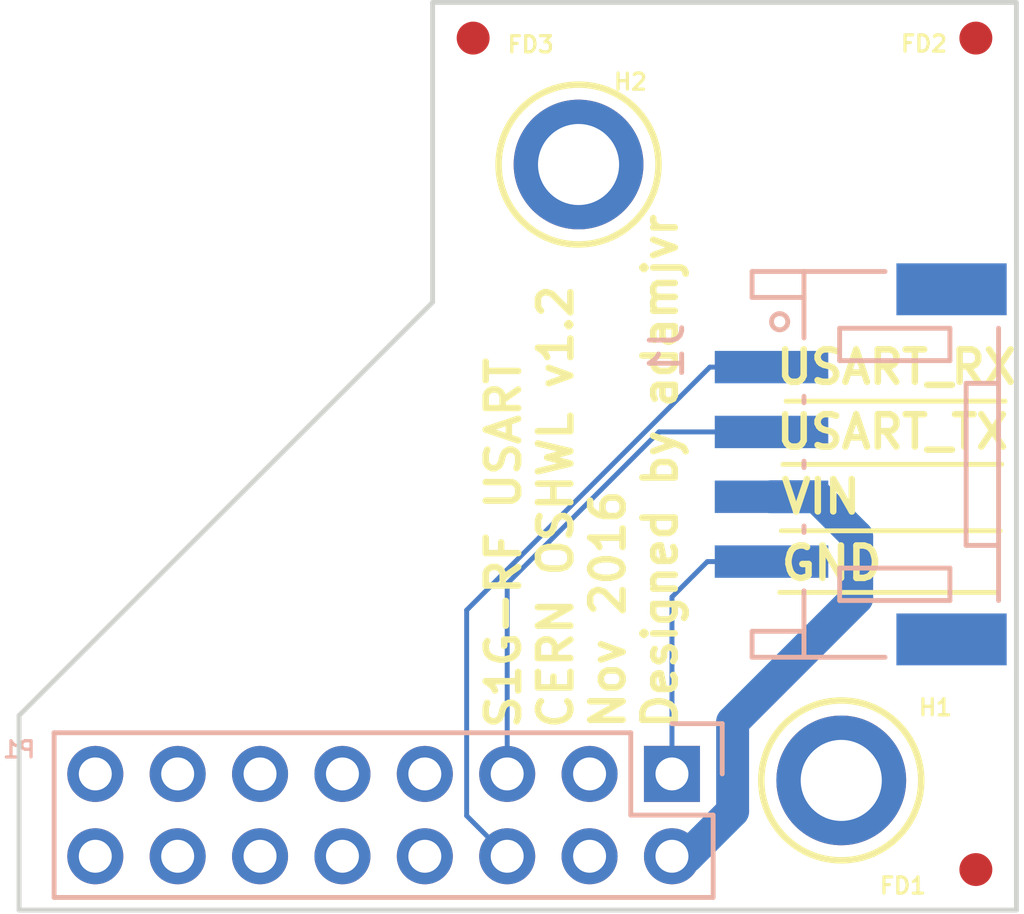
<source format=kicad_pcb>
(kicad_pcb (version 20171130) (host pcbnew "(5.1.12)-1")

  (general
    (thickness 1.6)
    (drawings 15)
    (tracks 17)
    (zones 0)
    (modules 7)
    (nets 22)
  )

  (page A4)
  (layers
    (0 F.Cu signal)
    (31 B.Cu signal)
    (32 B.Adhes user)
    (33 F.Adhes user hide)
    (34 B.Paste user)
    (35 F.Paste user)
    (36 B.SilkS user)
    (37 F.SilkS user)
    (38 B.Mask user)
    (39 F.Mask user)
    (40 Dwgs.User user)
    (41 Cmts.User user)
    (42 Eco1.User user)
    (43 Eco2.User user)
    (44 Edge.Cuts user)
    (45 Margin user)
    (46 B.CrtYd user)
    (47 F.CrtYd user)
    (48 B.Fab user hide)
    (49 F.Fab user hide)
  )

  (setup
    (last_trace_width 0.1524)
    (user_trace_width 0.1524)
    (user_trace_width 0.1778)
    (user_trace_width 0.508)
    (user_trace_width 0.635)
    (user_trace_width 1.016)
    (trace_clearance 0.1524)
    (zone_clearance 0.1778)
    (zone_45_only no)
    (trace_min 0.1524)
    (via_size 0.635)
    (via_drill 0.3302)
    (via_min_size 0.635)
    (via_min_drill 0.3302)
    (user_via 0.635 0.3302)
    (uvia_size 0.3)
    (uvia_drill 0.1)
    (uvias_allowed no)
    (uvia_min_size 0.2)
    (uvia_min_drill 0.1)
    (edge_width 0.15)
    (segment_width 0.15)
    (pcb_text_width 0.3)
    (pcb_text_size 1.5 1.5)
    (mod_edge_width 0.15)
    (mod_text_size 0.5 0.5)
    (mod_text_width 0.1)
    (pad_size 1.524 1.524)
    (pad_drill 0.762)
    (pad_to_mask_clearance 0.2)
    (aux_axis_origin 0 0)
    (visible_elements 7FFFFFFF)
    (pcbplotparams
      (layerselection 0x00030_ffffffff)
      (usegerberextensions false)
      (usegerberattributes true)
      (usegerberadvancedattributes true)
      (creategerberjobfile true)
      (excludeedgelayer true)
      (linewidth 0.100000)
      (plotframeref false)
      (viasonmask false)
      (mode 1)
      (useauxorigin false)
      (hpglpennumber 1)
      (hpglpenspeed 20)
      (hpglpendiameter 15.000000)
      (psnegative false)
      (psa4output false)
      (plotreference true)
      (plotvalue true)
      (plotinvisibletext false)
      (padsonsilk false)
      (subtractmaskfromsilk false)
      (outputformat 1)
      (mirror false)
      (drillshape 1)
      (scaleselection 1)
      (outputdirectory ""))
  )

  (net 0 "")
  (net 1 GND)
  (net 2 /VIN)
  (net 3 /USART1_TX)
  (net 4 /USART1_RX)
  (net 5 "Net-(P1-Pad10)")
  (net 6 "Net-(P1-Pad9)")
  (net 7 "Net-(P1-Pad8)")
  (net 8 "Net-(P1-Pad7)")
  (net 9 /SPI2_MISO)
  (net 10 /SPI2_MOSI)
  (net 11 /SPI2_NSS)
  (net 12 /SPI2_SCLK)
  (net 13 "Net-(P1-Pad12)")
  (net 14 "Net-(P1-Pad11)")
  (net 15 "Net-(P1-Pad4)")
  (net 16 "Net-(P1-Pad3)")
  (net 17 "Net-(H1-Pad1)")
  (net 18 "Net-(H2-Pad1)")
  (net 19 "Net-(FD1-Pad1)")
  (net 20 "Net-(FD2-Pad1)")
  (net 21 "Net-(FD3-Pad1)")

  (net_class Default "This is the default net class."
    (clearance 0.1524)
    (trace_width 0.1524)
    (via_dia 0.635)
    (via_drill 0.3302)
    (uvia_dia 0.3)
    (uvia_drill 0.1)
    (diff_pair_width 0.1524)
    (diff_pair_gap 0.254)
    (add_net /SPI2_MISO)
    (add_net /SPI2_MOSI)
    (add_net /SPI2_NSS)
    (add_net /SPI2_SCLK)
    (add_net /USART1_RX)
    (add_net /USART1_TX)
    (add_net /VIN)
    (add_net GND)
    (add_net "Net-(FD1-Pad1)")
    (add_net "Net-(FD2-Pad1)")
    (add_net "Net-(FD3-Pad1)")
    (add_net "Net-(H1-Pad1)")
    (add_net "Net-(H2-Pad1)")
    (add_net "Net-(P1-Pad10)")
    (add_net "Net-(P1-Pad11)")
    (add_net "Net-(P1-Pad12)")
    (add_net "Net-(P1-Pad3)")
    (add_net "Net-(P1-Pad4)")
    (add_net "Net-(P1-Pad7)")
    (add_net "Net-(P1-Pad8)")
    (add_net "Net-(P1-Pad9)")
  )

  (module "PCB_Footprints:S4B-PH-SM4-TB(LF)(SN)" (layer B.Cu) (tedit 58291B5D) (tstamp 5829366B)
    (at 113.225 48.25 270)
    (descr http://www.jst-mfg.com/product/pdf/eng/ePH.pdf)
    (tags "connector jst ph")
    (path /582963F6)
    (attr smd)
    (fp_text reference J1 (at -3.5 6 270) (layer B.SilkS)
      (effects (font (size 1 1) (thickness 0.15)) (justify mirror))
    )
    (fp_text value "S4B-PH-SM4-TB(LF)(SN)" (at 0 -6 270) (layer B.Fab)
      (effects (font (size 1 1) (thickness 0.15)) (justify mirror))
    )
    (fp_circle (center -4.4 2.525) (end -4.15 2.525) (layer B.SilkS) (width 0.15))
    (fp_line (start -2.5 -4.225) (end -2.5 -3.225) (layer B.SilkS) (width 0.15))
    (fp_line (start -2.5 -3.225) (end 2.5 -3.225) (layer B.SilkS) (width 0.15))
    (fp_line (start 2.5 -3.225) (end 2.5 -4.225) (layer B.SilkS) (width 0.15))
    (fp_line (start -3.9 1.775) (end -5.15 1.775) (layer B.SilkS) (width 0.15))
    (fp_line (start -5.15 1.775) (end -5.15 3.375) (layer B.SilkS) (width 0.15))
    (fp_line (start -5.15 3.375) (end -5.95 3.375) (layer B.SilkS) (width 0.15))
    (fp_line (start -5.95 3.375) (end -5.95 -0.725) (layer B.SilkS) (width 0.15))
    (fp_line (start -5.15 1.775) (end -5.95 1.775) (layer B.SilkS) (width 0.15))
    (fp_line (start 3.9 1.775) (end 5.15 1.775) (layer B.SilkS) (width 0.15))
    (fp_line (start 5.15 1.775) (end 5.15 3.375) (layer B.SilkS) (width 0.15))
    (fp_line (start 5.15 3.375) (end 5.95 3.375) (layer B.SilkS) (width 0.15))
    (fp_line (start 5.95 3.375) (end 5.95 -0.725) (layer B.SilkS) (width 0.15))
    (fp_line (start 5.15 1.775) (end 5.95 1.775) (layer B.SilkS) (width 0.15))
    (fp_line (start -4.2 -4.225) (end 4.2 -4.225) (layer B.SilkS) (width 0.15))
    (fp_line (start -4.2 0.675) (end -4.2 -2.725) (layer B.SilkS) (width 0.15))
    (fp_line (start -4.2 -2.725) (end -3.2 -2.725) (layer B.SilkS) (width 0.15))
    (fp_line (start -3.2 -2.725) (end -3.2 0.675) (layer B.SilkS) (width 0.15))
    (fp_line (start -3.2 0.675) (end -4.2 0.675) (layer B.SilkS) (width 0.15))
    (fp_line (start 4.2 0.675) (end 4.2 -2.725) (layer B.SilkS) (width 0.15))
    (fp_line (start 4.2 -2.725) (end 3.2 -2.725) (layer B.SilkS) (width 0.15))
    (fp_line (start 3.2 -2.725) (end 3.2 0.675) (layer B.SilkS) (width 0.15))
    (fp_line (start 3.2 0.675) (end 4.2 0.675) (layer B.SilkS) (width 0.15))
    (fp_line (start -2.1 1.775) (end -1.9 1.775) (layer B.SilkS) (width 0.15))
    (fp_line (start -0.1 1.775) (end 0.1 1.775) (layer B.SilkS) (width 0.15))
    (fp_line (start 1.9 1.775) (end 2.1 1.775) (layer B.SilkS) (width 0.15))
    (fp_line (start -6.7 -5) (end -6.7 5.05) (layer B.CrtYd) (width 0.05))
    (fp_line (start -6.7 5.05) (end 6.7 5.05) (layer B.CrtYd) (width 0.05))
    (fp_line (start 6.7 5.05) (end 6.7 -5) (layer B.CrtYd) (width 0.05))
    (fp_line (start 6.7 -5) (end -6.7 -5) (layer B.CrtYd) (width 0.05))
    (pad "" smd rect (at 5.4 -2.775 270) (size 1.6 3.4) (layers B.Cu B.Paste B.Mask))
    (pad "" smd rect (at -5.4 -2.775 270) (size 1.6 3.4) (layers B.Cu B.Paste B.Mask))
    (pad 4 smd rect (at 3 2.775 270) (size 1 3.5) (layers B.Cu B.Paste B.Mask)
      (net 1 GND))
    (pad 3 smd rect (at 1 2.775 270) (size 1 3.5) (layers B.Cu B.Paste B.Mask)
      (net 2 /VIN))
    (pad 2 smd rect (at -1 2.775 270) (size 1 3.5) (layers B.Cu B.Paste B.Mask)
      (net 3 /USART1_TX))
    (pad 1 smd rect (at -3 2.775 270) (size 1 3.5) (layers B.Cu B.Paste B.Mask)
      (net 4 /USART1_RX))
    (model "C:/Users/adam/Documents/GitHub/footprints/3D/STEP/S4B-PH-SM4-TB - S4B-PH-SM4.step"
      (offset (xyz -11.89999982127993 12.79999980776329 0))
      (scale (xyz 1 1 1))
      (rotate (xyz 0 0 0))
    )
  )

  (module PCB_Footprints:FIDUCIAL (layer F.Cu) (tedit 57EC8453) (tstamp 5829394F)
    (at 101.25 35.1)
    (path /58297BDB)
    (clearance 0.508)
    (fp_text reference FD3 (at 1.775 0.2) (layer F.SilkS)
      (effects (font (size 0.5 0.5) (thickness 0.1)))
    )
    (fp_text value FIDUCIAL (at 0 -3.048) (layer F.Fab)
      (effects (font (size 0.5 0.5) (thickness 0.1)))
    )
    (pad 1 smd circle (at 0 0) (size 1.016 1.016) (layers F.Cu F.Mask)
      (net 21 "Net-(FD3-Pad1)") (solder_mask_margin 0.508))
  )

  (module PCB_Footprints:FIDUCIAL (layer F.Cu) (tedit 57EC8453) (tstamp 58293942)
    (at 116.75 35.1)
    (path /58297B91)
    (clearance 0.508)
    (fp_text reference FD2 (at -1.6 0.175) (layer F.SilkS)
      (effects (font (size 0.5 0.5) (thickness 0.1)))
    )
    (fp_text value FIDUCIAL (at 0 -3.048) (layer F.Fab)
      (effects (font (size 0.5 0.5) (thickness 0.1)))
    )
    (pad 1 smd circle (at 0 0) (size 1.016 1.016) (layers F.Cu F.Mask)
      (net 20 "Net-(FD2-Pad1)") (solder_mask_margin 0.508))
  )

  (module PCB_Footprints:FIDUCIAL (layer F.Cu) (tedit 57EC8453) (tstamp 58293935)
    (at 116.75 60.75)
    (path /58297ACC)
    (clearance 0.508)
    (fp_text reference FD1 (at -2.25 0.5) (layer F.SilkS)
      (effects (font (size 0.5 0.5) (thickness 0.1)))
    )
    (fp_text value FIDUCIAL (at 0 -3.048) (layer F.Fab)
      (effects (font (size 0.5 0.5) (thickness 0.1)))
    )
    (pad 1 smd circle (at 0 0) (size 1.016 1.016) (layers F.Cu F.Mask)
      (net 19 "Net-(FD1-Pad1)") (solder_mask_margin 0.508))
  )

  (module PCB_Footprints:M2.5_HOLE (layer F.Cu) (tedit 57E8C2CA) (tstamp 58293928)
    (at 104.5 39)
    (path /58297C51)
    (fp_text reference H2 (at 1.6 -2.55) (layer F.SilkS)
      (effects (font (size 0.5 0.5) (thickness 0.1)))
    )
    (fp_text value M2.5_Hole (at 0 -3.683) (layer F.Fab)
      (effects (font (size 0.5 0.5) (thickness 0.1)))
    )
    (fp_circle (center 0 0) (end 2.032 1.397) (layer F.SilkS) (width 0.2))
    (pad 1 thru_hole circle (at 0 0) (size 4 4) (drill 2.5) (layers *.Cu *.Mask)
      (net 18 "Net-(H2-Pad1)"))
  )

  (module PCB_Footprints:M2.5_HOLE (layer F.Cu) (tedit 57E8C2CA) (tstamp 5829391B)
    (at 112.6 58 90)
    (path /58297A66)
    (fp_text reference H1 (at 2.25 2.9 180) (layer F.SilkS)
      (effects (font (size 0.5 0.5) (thickness 0.1)))
    )
    (fp_text value M2.5_Hole (at 0 -3.683 90) (layer F.Fab)
      (effects (font (size 0.5 0.5) (thickness 0.1)))
    )
    (fp_circle (center 0 0) (end 2.032 1.397) (layer F.SilkS) (width 0.2))
    (pad 1 thru_hole circle (at 0 0 90) (size 4 4) (drill 2.5) (layers *.Cu *.Mask)
      (net 17 "Net-(H1-Pad1)"))
  )

  (module Socket_Strips:Socket_Strip_Straight_2x08 (layer B.Cu) (tedit 0) (tstamp 58293619)
    (at 107.38 57.8 180)
    (descr "Through hole socket strip")
    (tags "socket strip")
    (path /582962C9)
    (fp_text reference P1 (at 20.13 0.75 180) (layer B.SilkS)
      (effects (font (size 0.5 0.5) (thickness 0.1)) (justify mirror))
    )
    (fp_text value CONN_02X08 (at 0 3.1 180) (layer B.Fab)
      (effects (font (size 0.5 0.5) (thickness 0.1)) (justify mirror))
    )
    (fp_line (start -1.75 1.75) (end -1.75 -4.3) (layer B.CrtYd) (width 0.05))
    (fp_line (start 19.55 1.75) (end 19.55 -4.3) (layer B.CrtYd) (width 0.05))
    (fp_line (start -1.75 1.75) (end 19.55 1.75) (layer B.CrtYd) (width 0.05))
    (fp_line (start -1.75 -4.3) (end 19.55 -4.3) (layer B.CrtYd) (width 0.05))
    (fp_line (start 19.05 -3.81) (end -1.27 -3.81) (layer B.SilkS) (width 0.15))
    (fp_line (start 1.27 1.27) (end 19.05 1.27) (layer B.SilkS) (width 0.15))
    (fp_line (start 19.05 -3.81) (end 19.05 1.27) (layer B.SilkS) (width 0.15))
    (fp_line (start -1.27 -3.81) (end -1.27 -1.27) (layer B.SilkS) (width 0.15))
    (fp_line (start 0 1.55) (end -1.55 1.55) (layer B.SilkS) (width 0.15))
    (fp_line (start -1.27 -1.27) (end 1.27 -1.27) (layer B.SilkS) (width 0.15))
    (fp_line (start 1.27 -1.27) (end 1.27 1.27) (layer B.SilkS) (width 0.15))
    (fp_line (start -1.55 1.55) (end -1.55 0) (layer B.SilkS) (width 0.15))
    (pad 16 thru_hole oval (at 17.78 -2.54 180) (size 1.7272 1.7272) (drill 1.016) (layers *.Cu *.Mask)
      (net 11 /SPI2_NSS))
    (pad 15 thru_hole oval (at 17.78 0 180) (size 1.7272 1.7272) (drill 1.016) (layers *.Cu *.Mask)
      (net 12 /SPI2_SCLK))
    (pad 14 thru_hole oval (at 15.24 -2.54 180) (size 1.7272 1.7272) (drill 1.016) (layers *.Cu *.Mask)
      (net 9 /SPI2_MISO))
    (pad 13 thru_hole oval (at 15.24 0 180) (size 1.7272 1.7272) (drill 1.016) (layers *.Cu *.Mask)
      (net 10 /SPI2_MOSI))
    (pad 12 thru_hole oval (at 12.7 -2.54 180) (size 1.7272 1.7272) (drill 1.016) (layers *.Cu *.Mask)
      (net 13 "Net-(P1-Pad12)"))
    (pad 11 thru_hole oval (at 12.7 0 180) (size 1.7272 1.7272) (drill 1.016) (layers *.Cu *.Mask)
      (net 14 "Net-(P1-Pad11)"))
    (pad 10 thru_hole oval (at 10.16 -2.54 180) (size 1.7272 1.7272) (drill 1.016) (layers *.Cu *.Mask)
      (net 5 "Net-(P1-Pad10)"))
    (pad 9 thru_hole oval (at 10.16 0 180) (size 1.7272 1.7272) (drill 1.016) (layers *.Cu *.Mask)
      (net 6 "Net-(P1-Pad9)"))
    (pad 8 thru_hole oval (at 7.62 -2.54 180) (size 1.7272 1.7272) (drill 1.016) (layers *.Cu *.Mask)
      (net 7 "Net-(P1-Pad8)"))
    (pad 7 thru_hole oval (at 7.62 0 180) (size 1.7272 1.7272) (drill 1.016) (layers *.Cu *.Mask)
      (net 8 "Net-(P1-Pad7)"))
    (pad 6 thru_hole oval (at 5.08 -2.54 180) (size 1.7272 1.7272) (drill 1.016) (layers *.Cu *.Mask)
      (net 4 /USART1_RX))
    (pad 5 thru_hole oval (at 5.08 0 180) (size 1.7272 1.7272) (drill 1.016) (layers *.Cu *.Mask)
      (net 3 /USART1_TX))
    (pad 4 thru_hole oval (at 2.54 -2.54 180) (size 1.7272 1.7272) (drill 1.016) (layers *.Cu *.Mask)
      (net 15 "Net-(P1-Pad4)"))
    (pad 3 thru_hole oval (at 2.54 0 180) (size 1.7272 1.7272) (drill 1.016) (layers *.Cu *.Mask)
      (net 16 "Net-(P1-Pad3)"))
    (pad 2 thru_hole oval (at 0 -2.54 180) (size 1.7272 1.7272) (drill 1.016) (layers *.Cu *.Mask)
      (net 2 /VIN))
    (pad 1 thru_hole rect (at 0 0 180) (size 1.7272 1.7272) (drill 1.016) (layers *.Cu *.Mask)
      (net 1 GND))
    (model C:/Users/adam/Documents/GitHub/footprints/3D/STEP/901512116.stp
      (offset (xyz 8.899999866335412 -1.269999980926514 4.249999936171404))
      (scale (xyz 1 1 1))
      (rotate (xyz -90 0 0))
    )
  )

  (gr_line (start 110.9 46.3) (end 117.65 46.3) (layer F.SilkS) (width 0.15) (tstamp 5829665A))
  (gr_line (start 110.8 48.25) (end 117.55 48.25) (layer F.SilkS) (width 0.15) (tstamp 58296659))
  (gr_line (start 110.75 50.3) (end 117.5 50.3) (layer F.SilkS) (width 0.15) (tstamp 58296658))
  (gr_line (start 110.7 52.2) (end 117.45 52.2) (layer F.SilkS) (width 0.15) (tstamp 58296657))
  (gr_line (start 87.25 56) (end 87.25 62) (layer Edge.Cuts) (width 0.15))
  (gr_line (start 100 43.25) (end 87.25 56) (layer Edge.Cuts) (width 0.15))
  (gr_line (start 100 43.25) (end 100 34) (layer Edge.Cuts) (width 0.15) (tstamp 58294786))
  (gr_line (start 118 34) (end 100 34) (layer Edge.Cuts) (width 0.15) (tstamp 58294714))
  (gr_line (start 118 34) (end 118 62) (layer Edge.Cuts) (width 0.15) (tstamp 58294706))
  (gr_line (start 118 62) (end 87.25 62) (layer Edge.Cuts) (width 0.15))
  (gr_text "S1G-RF USART\nCERN OSHWL v1.2\nNov 2016\nDesigned by adamjvr" (at 104.6 56.5 90) (layer F.SilkS) (tstamp 58296621)
    (effects (font (size 1 1) (thickness 0.2)) (justify left))
  )
  (gr_text USART_RX (at 110.5 45.25) (layer F.SilkS) (tstamp 58296606)
    (effects (font (size 1 1) (thickness 0.2)) (justify left))
  )
  (gr_text USART_TX (at 110.5 47.25) (layer F.SilkS) (tstamp 58296605)
    (effects (font (size 1 1) (thickness 0.2)) (justify left))
  )
  (gr_text GND (at 110.65 51.3) (layer F.SilkS) (tstamp 58296604)
    (effects (font (size 1 1) (thickness 0.2)) (justify left))
  )
  (gr_text VIN (at 110.65 49.25) (layer F.SilkS) (tstamp 58296603)
    (effects (font (size 1 1) (thickness 0.2)) (justify left))
  )

  (segment (start 110.45 51.25) (end 108.4713 51.25) (width 0.1524) (layer B.Cu) (net 1))
  (segment (start 107.38 57.8) (end 107.38 52.3413) (width 0.1524) (layer B.Cu) (net 1))
  (segment (start 107.38 52.3413) (end 108.4713 51.25) (width 0.1524) (layer B.Cu) (net 1))
  (segment (start 107.38 60.34) (end 107.86 60.34) (width 1.016) (layer B.Cu) (net 2))
  (segment (start 107.86 60.34) (end 109.25 58.95) (width 1.016) (layer B.Cu) (net 2))
  (segment (start 109.25 58.95) (end 109.25 56.2) (width 1.016) (layer B.Cu) (net 2))
  (segment (start 109.25 56.2) (end 113.075 52.375) (width 1.016) (layer B.Cu) (net 2))
  (segment (start 113.075 52.375) (end 113.075 50.475) (width 1.016) (layer B.Cu) (net 2))
  (segment (start 113.075 50.475) (end 111.85 49.25) (width 1.016) (layer B.Cu) (net 2))
  (segment (start 111.85 49.25) (end 110.45 49.25) (width 1.016) (layer B.Cu) (net 2))
  (segment (start 102.3 57.8) (end 102.3 51.9287) (width 0.1524) (layer B.Cu) (net 3))
  (segment (start 102.3 51.9287) (end 106.979 47.25) (width 0.1524) (layer B.Cu) (net 3))
  (segment (start 106.979 47.25) (end 110.45 47.25) (width 0.1524) (layer B.Cu) (net 3))
  (segment (start 110.45 45.25) (end 108.548 45.25) (width 0.1524) (layer B.Cu) (net 4))
  (segment (start 108.548 45.25) (end 101.05 52.7476) (width 0.1524) (layer B.Cu) (net 4))
  (segment (start 101.05 52.7476) (end 101.05 59.09) (width 0.1524) (layer B.Cu) (net 4))
  (segment (start 101.05 59.09) (end 102.3 60.34) (width 0.1524) (layer B.Cu) (net 4))

)

</source>
